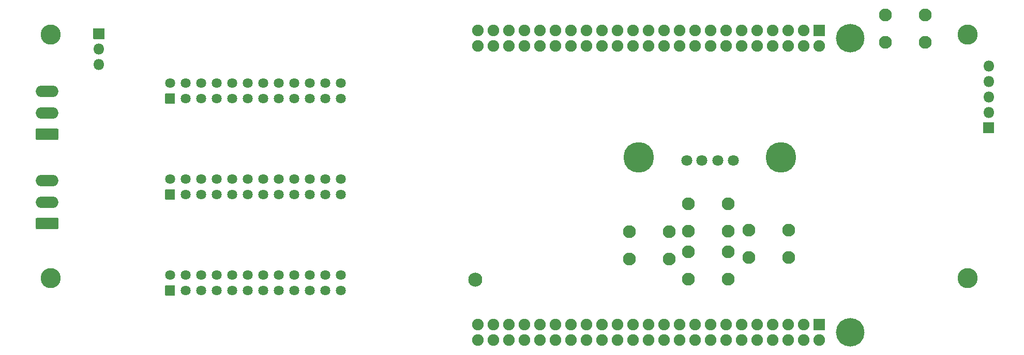
<source format=gbr>
G04 #@! TF.GenerationSoftware,KiCad,Pcbnew,(5.1.10)-1*
G04 #@! TF.CreationDate,2021-08-29T12:45:35-04:00*
G04 #@! TF.ProjectId,BBB_16_Flex,4242425f-3136-45f4-966c-65782e6b6963,v2*
G04 #@! TF.SameCoordinates,Original*
G04 #@! TF.FileFunction,Soldermask,Bot*
G04 #@! TF.FilePolarity,Negative*
%FSLAX46Y46*%
G04 Gerber Fmt 4.6, Leading zero omitted, Abs format (unit mm)*
G04 Created by KiCad (PCBNEW (5.1.10)-1) date 2021-08-29 12:45:35*
%MOMM*%
%LPD*%
G01*
G04 APERTURE LIST*
%ADD10C,2.302000*%
%ADD11C,1.802000*%
%ADD12C,5.000000*%
%ADD13C,2.102000*%
%ADD14C,1.902000*%
%ADD15C,4.674000*%
%ADD16C,1.632000*%
%ADD17O,1.802000X1.802000*%
%ADD18O,3.702000X1.902000*%
%ADD19C,3.302000*%
%ADD20C,0.100000*%
G04 APERTURE END LIST*
D10*
X162216000Y-117634000D03*
D11*
X196860000Y-98044000D03*
X199360000Y-98044000D03*
X201960000Y-98044000D03*
X204460000Y-98044000D03*
D12*
X189010000Y-97544000D03*
X212310000Y-97544000D03*
D13*
X213510000Y-109474000D03*
X213510000Y-113974000D03*
X207010000Y-109474000D03*
X207010000Y-113974000D03*
X193952000Y-109728000D03*
X193952000Y-114228000D03*
X187452000Y-109728000D03*
X187452000Y-114228000D03*
D14*
X162687000Y-127508000D03*
X162687000Y-124968000D03*
X165227000Y-127508000D03*
X165227000Y-124968000D03*
X167767000Y-127508000D03*
X167767000Y-124968000D03*
X170307000Y-127508000D03*
X170307000Y-124968000D03*
X172847000Y-127508000D03*
X172847000Y-124968000D03*
X175387000Y-127508000D03*
X175387000Y-124968000D03*
X177927000Y-127508000D03*
X177927000Y-124968000D03*
X180467000Y-127508000D03*
X180467000Y-124968000D03*
X183007000Y-127508000D03*
X183007000Y-124968000D03*
X185547000Y-127508000D03*
X185547000Y-124968000D03*
X188087000Y-127508000D03*
X188087000Y-124968000D03*
X190627000Y-127508000D03*
X190627000Y-124968000D03*
X193167000Y-127508000D03*
X193167000Y-124968000D03*
X195707000Y-127508000D03*
X195707000Y-124968000D03*
X198247000Y-127508000D03*
X198247000Y-124968000D03*
X200787000Y-127508000D03*
X200787000Y-124968000D03*
X203327000Y-127508000D03*
X203327000Y-124968000D03*
X205867000Y-127508000D03*
X205867000Y-124968000D03*
X208407000Y-127508000D03*
X208407000Y-124968000D03*
X210947000Y-127508000D03*
X210947000Y-124968000D03*
X213487000Y-127508000D03*
X213487000Y-124968000D03*
X216027000Y-127508000D03*
X216027000Y-124968000D03*
X218567000Y-127508000D03*
G36*
G01*
X217616000Y-125868000D02*
X217616000Y-124068000D01*
G75*
G02*
X217667000Y-124017000I51000J0D01*
G01*
X219467000Y-124017000D01*
G75*
G02*
X219518000Y-124068000I0J-51000D01*
G01*
X219518000Y-125868000D01*
G75*
G02*
X219467000Y-125919000I-51000J0D01*
G01*
X217667000Y-125919000D01*
G75*
G02*
X217616000Y-125868000I0J51000D01*
G01*
G37*
X162687000Y-79248000D03*
X162687000Y-76708000D03*
X165227000Y-79248000D03*
X165227000Y-76708000D03*
X167767000Y-79248000D03*
X167767000Y-76708000D03*
X170307000Y-79248000D03*
X170307000Y-76708000D03*
X172847000Y-79248000D03*
X172847000Y-76708000D03*
X175387000Y-79248000D03*
X175387000Y-76708000D03*
X177927000Y-79248000D03*
X177927000Y-76708000D03*
X180467000Y-79248000D03*
X180467000Y-76708000D03*
X183007000Y-79248000D03*
X183007000Y-76708000D03*
X185547000Y-79248000D03*
X185547000Y-76708000D03*
X188087000Y-79248000D03*
X188087000Y-76708000D03*
X190627000Y-79248000D03*
X190627000Y-76708000D03*
X193167000Y-79248000D03*
X193167000Y-76708000D03*
X195707000Y-79248000D03*
X195707000Y-76708000D03*
X198247000Y-79248000D03*
X198247000Y-76708000D03*
X200787000Y-79248000D03*
X200787000Y-76708000D03*
X203327000Y-79248000D03*
X203327000Y-76708000D03*
X205867000Y-79248000D03*
X205867000Y-76708000D03*
X208407000Y-79248000D03*
X208407000Y-76708000D03*
X210947000Y-79248000D03*
X210947000Y-76708000D03*
X213487000Y-79248000D03*
X213487000Y-76708000D03*
X216027000Y-79248000D03*
X216027000Y-76708000D03*
X218567000Y-79248000D03*
G36*
G01*
X217616000Y-77608000D02*
X217616000Y-75808000D01*
G75*
G02*
X217667000Y-75757000I51000J0D01*
G01*
X219467000Y-75757000D01*
G75*
G02*
X219518000Y-75808000I0J-51000D01*
G01*
X219518000Y-77608000D01*
G75*
G02*
X219467000Y-77659000I-51000J0D01*
G01*
X217667000Y-77659000D01*
G75*
G02*
X217616000Y-77608000I0J51000D01*
G01*
G37*
D15*
X223647000Y-126238000D03*
X223647000Y-77978000D03*
D16*
X140208000Y-85344000D03*
X140208000Y-87884000D03*
X137668000Y-85344000D03*
X137668000Y-87884000D03*
X135128000Y-85344000D03*
X135128000Y-87884000D03*
X132588000Y-85344000D03*
X132588000Y-87884000D03*
X130048000Y-85344000D03*
X130048000Y-87884000D03*
X127508000Y-85344000D03*
X127508000Y-87884000D03*
X124968000Y-85344000D03*
X124968000Y-87884000D03*
X122428000Y-85344000D03*
X122428000Y-87884000D03*
X119888000Y-85344000D03*
X119888000Y-87884000D03*
X117348000Y-85344000D03*
X117348000Y-87884000D03*
X114808000Y-85344000D03*
X114808000Y-87884000D03*
X112268000Y-85344000D03*
G36*
G01*
X111452000Y-88649000D02*
X111452000Y-87119000D01*
G75*
G02*
X111503000Y-87068000I51000J0D01*
G01*
X113033000Y-87068000D01*
G75*
G02*
X113084000Y-87119000I0J-51000D01*
G01*
X113084000Y-88649000D01*
G75*
G02*
X113033000Y-88700000I-51000J0D01*
G01*
X111503000Y-88700000D01*
G75*
G02*
X111452000Y-88649000I0J51000D01*
G01*
G37*
X140208000Y-101092000D03*
X140208000Y-103632000D03*
X137668000Y-101092000D03*
X137668000Y-103632000D03*
X135128000Y-101092000D03*
X135128000Y-103632000D03*
X132588000Y-101092000D03*
X132588000Y-103632000D03*
X130048000Y-101092000D03*
X130048000Y-103632000D03*
X127508000Y-101092000D03*
X127508000Y-103632000D03*
X124968000Y-101092000D03*
X124968000Y-103632000D03*
X122428000Y-101092000D03*
X122428000Y-103632000D03*
X119888000Y-101092000D03*
X119888000Y-103632000D03*
X117348000Y-101092000D03*
X117348000Y-103632000D03*
X114808000Y-101092000D03*
X114808000Y-103632000D03*
X112268000Y-101092000D03*
G36*
G01*
X111452000Y-104397000D02*
X111452000Y-102867000D01*
G75*
G02*
X111503000Y-102816000I51000J0D01*
G01*
X113033000Y-102816000D01*
G75*
G02*
X113084000Y-102867000I0J-51000D01*
G01*
X113084000Y-104397000D01*
G75*
G02*
X113033000Y-104448000I-51000J0D01*
G01*
X111503000Y-104448000D01*
G75*
G02*
X111452000Y-104397000I0J51000D01*
G01*
G37*
D13*
X235862000Y-74168000D03*
X235862000Y-78668000D03*
X229362000Y-74168000D03*
X229362000Y-78668000D03*
D16*
X140208000Y-116840000D03*
X140208000Y-119380000D03*
X137668000Y-116840000D03*
X137668000Y-119380000D03*
X135128000Y-116840000D03*
X135128000Y-119380000D03*
X132588000Y-116840000D03*
X132588000Y-119380000D03*
X130048000Y-116840000D03*
X130048000Y-119380000D03*
X127508000Y-116840000D03*
X127508000Y-119380000D03*
X124968000Y-116840000D03*
X124968000Y-119380000D03*
X122428000Y-116840000D03*
X122428000Y-119380000D03*
X119888000Y-116840000D03*
X119888000Y-119380000D03*
X117348000Y-116840000D03*
X117348000Y-119380000D03*
X114808000Y-116840000D03*
X114808000Y-119380000D03*
X112268000Y-116840000D03*
G36*
G01*
X111452000Y-120145000D02*
X111452000Y-118615000D01*
G75*
G02*
X111503000Y-118564000I51000J0D01*
G01*
X113033000Y-118564000D01*
G75*
G02*
X113084000Y-118615000I0J-51000D01*
G01*
X113084000Y-120145000D01*
G75*
G02*
X113033000Y-120196000I-51000J0D01*
G01*
X111503000Y-120196000D01*
G75*
G02*
X111452000Y-120145000I0J51000D01*
G01*
G37*
D17*
X100616000Y-82314000D03*
X100616000Y-79774000D03*
G36*
G01*
X99715000Y-78084000D02*
X99715000Y-76384000D01*
G75*
G02*
X99766000Y-76333000I51000J0D01*
G01*
X101466000Y-76333000D01*
G75*
G02*
X101517000Y-76384000I0J-51000D01*
G01*
X101517000Y-78084000D01*
G75*
G02*
X101466000Y-78135000I-51000J0D01*
G01*
X99766000Y-78135000D01*
G75*
G02*
X99715000Y-78084000I0J51000D01*
G01*
G37*
D18*
X92147600Y-86735400D03*
X92147600Y-90235400D03*
G36*
G01*
X93734434Y-94686400D02*
X90560766Y-94686400D01*
G75*
G02*
X90296600Y-94422234I0J264166D01*
G01*
X90296600Y-93048566D01*
G75*
G02*
X90560766Y-92784400I264166J0D01*
G01*
X93734434Y-92784400D01*
G75*
G02*
X93998600Y-93048566I0J-264166D01*
G01*
X93998600Y-94422234D01*
G75*
G02*
X93734434Y-94686400I-264166J0D01*
G01*
G37*
X92127280Y-101386120D03*
X92127280Y-104886120D03*
G36*
G01*
X93714114Y-109337120D02*
X90540446Y-109337120D01*
G75*
G02*
X90276280Y-109072954I0J264166D01*
G01*
X90276280Y-107699286D01*
G75*
G02*
X90540446Y-107435120I264166J0D01*
G01*
X93714114Y-107435120D01*
G75*
G02*
X93978280Y-107699286I0J-264166D01*
G01*
X93978280Y-109072954D01*
G75*
G02*
X93714114Y-109337120I-264166J0D01*
G01*
G37*
D13*
X203604000Y-113030000D03*
X203604000Y-117530000D03*
X197104000Y-113030000D03*
X197104000Y-117530000D03*
X203604000Y-105156000D03*
X203604000Y-109656000D03*
X197104000Y-105156000D03*
X197104000Y-109656000D03*
D19*
X242824000Y-77343000D03*
X92710000Y-77343000D03*
X242824000Y-117348000D03*
X92710000Y-117348000D03*
D17*
X246278400Y-82511900D03*
X246278400Y-85051900D03*
X246278400Y-87591900D03*
X246278400Y-90131900D03*
G36*
G01*
X247179400Y-91821900D02*
X247179400Y-93521900D01*
G75*
G02*
X247128400Y-93572900I-51000J0D01*
G01*
X245428400Y-93572900D01*
G75*
G02*
X245377400Y-93521900I0J51000D01*
G01*
X245377400Y-91821900D01*
G75*
G02*
X245428400Y-91770900I51000J0D01*
G01*
X247128400Y-91770900D01*
G75*
G02*
X247179400Y-91821900I0J-51000D01*
G01*
G37*
D20*
G36*
X90278270Y-109072758D02*
G01*
X90283326Y-109124095D01*
X90298245Y-109173277D01*
X90322471Y-109218601D01*
X90355073Y-109258327D01*
X90394799Y-109290929D01*
X90440123Y-109315155D01*
X90489305Y-109330074D01*
X90540642Y-109335130D01*
X90542268Y-109336295D01*
X90542072Y-109338285D01*
X90540446Y-109339120D01*
X90456309Y-109339120D01*
X90456113Y-109339110D01*
X90416169Y-109335176D01*
X90415784Y-109335100D01*
X90383275Y-109325239D01*
X90382913Y-109325089D01*
X90352955Y-109309075D01*
X90352629Y-109308857D01*
X90326370Y-109287307D01*
X90326093Y-109287030D01*
X90304543Y-109260771D01*
X90304325Y-109260445D01*
X90288311Y-109230487D01*
X90288161Y-109230125D01*
X90278300Y-109197616D01*
X90278224Y-109197231D01*
X90274290Y-109157287D01*
X90274280Y-109157091D01*
X90274280Y-109072954D01*
X90275280Y-109071222D01*
X90277280Y-109071222D01*
X90278270Y-109072758D01*
G37*
G36*
X93979445Y-109071328D02*
G01*
X93980280Y-109072954D01*
X93980280Y-109157091D01*
X93980270Y-109157287D01*
X93976336Y-109197231D01*
X93976260Y-109197616D01*
X93966399Y-109230125D01*
X93966249Y-109230487D01*
X93950235Y-109260445D01*
X93950017Y-109260771D01*
X93928467Y-109287030D01*
X93928190Y-109287307D01*
X93901931Y-109308857D01*
X93901605Y-109309075D01*
X93871647Y-109325089D01*
X93871285Y-109325239D01*
X93838776Y-109335100D01*
X93838391Y-109335176D01*
X93798447Y-109339110D01*
X93798251Y-109339120D01*
X93714114Y-109339120D01*
X93712382Y-109338120D01*
X93712382Y-109336120D01*
X93713918Y-109335130D01*
X93765255Y-109330074D01*
X93814437Y-109315155D01*
X93859761Y-109290929D01*
X93899487Y-109258327D01*
X93932089Y-109218601D01*
X93956315Y-109173277D01*
X93971234Y-109124095D01*
X93976290Y-109072758D01*
X93977455Y-109071132D01*
X93979445Y-109071328D01*
G37*
G36*
X90542178Y-107434120D02*
G01*
X90542178Y-107436120D01*
X90540642Y-107437110D01*
X90489305Y-107442166D01*
X90440123Y-107457085D01*
X90394799Y-107481311D01*
X90355073Y-107513913D01*
X90322471Y-107553639D01*
X90298245Y-107598963D01*
X90283326Y-107648145D01*
X90278270Y-107699482D01*
X90277105Y-107701108D01*
X90275115Y-107700912D01*
X90274280Y-107699286D01*
X90274280Y-107615149D01*
X90274290Y-107614953D01*
X90278224Y-107575009D01*
X90278300Y-107574624D01*
X90288161Y-107542115D01*
X90288311Y-107541753D01*
X90304325Y-107511795D01*
X90304543Y-107511469D01*
X90326093Y-107485210D01*
X90326370Y-107484933D01*
X90352629Y-107463383D01*
X90352955Y-107463165D01*
X90382913Y-107447151D01*
X90383275Y-107447001D01*
X90415784Y-107437140D01*
X90416169Y-107437064D01*
X90456113Y-107433130D01*
X90456309Y-107433120D01*
X90540446Y-107433120D01*
X90542178Y-107434120D01*
G37*
G36*
X93798447Y-107433130D02*
G01*
X93838391Y-107437064D01*
X93838776Y-107437140D01*
X93871285Y-107447001D01*
X93871647Y-107447151D01*
X93901605Y-107463165D01*
X93901931Y-107463383D01*
X93928190Y-107484933D01*
X93928467Y-107485210D01*
X93950017Y-107511469D01*
X93950235Y-107511795D01*
X93966249Y-107541753D01*
X93966399Y-107542115D01*
X93976260Y-107574624D01*
X93976336Y-107575009D01*
X93980270Y-107614953D01*
X93980280Y-107615149D01*
X93980280Y-107699286D01*
X93979280Y-107701018D01*
X93977280Y-107701018D01*
X93976290Y-107699482D01*
X93971234Y-107648145D01*
X93956315Y-107598963D01*
X93932089Y-107553639D01*
X93899487Y-107513913D01*
X93859761Y-107481311D01*
X93814437Y-107457085D01*
X93765255Y-107442166D01*
X93713918Y-107437110D01*
X93712292Y-107435945D01*
X93712488Y-107433955D01*
X93714114Y-107433120D01*
X93798251Y-107433120D01*
X93798447Y-107433130D01*
G37*
G36*
X90298590Y-94422038D02*
G01*
X90303646Y-94473375D01*
X90318565Y-94522557D01*
X90342791Y-94567881D01*
X90375393Y-94607607D01*
X90415119Y-94640209D01*
X90460443Y-94664435D01*
X90509625Y-94679354D01*
X90560962Y-94684410D01*
X90562588Y-94685575D01*
X90562392Y-94687565D01*
X90560766Y-94688400D01*
X90476629Y-94688400D01*
X90476433Y-94688390D01*
X90436489Y-94684456D01*
X90436104Y-94684380D01*
X90403595Y-94674519D01*
X90403233Y-94674369D01*
X90373275Y-94658355D01*
X90372949Y-94658137D01*
X90346690Y-94636587D01*
X90346413Y-94636310D01*
X90324863Y-94610051D01*
X90324645Y-94609725D01*
X90308631Y-94579767D01*
X90308481Y-94579405D01*
X90298620Y-94546896D01*
X90298544Y-94546511D01*
X90294610Y-94506567D01*
X90294600Y-94506371D01*
X90294600Y-94422234D01*
X90295600Y-94420502D01*
X90297600Y-94420502D01*
X90298590Y-94422038D01*
G37*
G36*
X93999765Y-94420608D02*
G01*
X94000600Y-94422234D01*
X94000600Y-94506371D01*
X94000590Y-94506567D01*
X93996656Y-94546511D01*
X93996580Y-94546896D01*
X93986719Y-94579405D01*
X93986569Y-94579767D01*
X93970555Y-94609725D01*
X93970337Y-94610051D01*
X93948787Y-94636310D01*
X93948510Y-94636587D01*
X93922251Y-94658137D01*
X93921925Y-94658355D01*
X93891967Y-94674369D01*
X93891605Y-94674519D01*
X93859096Y-94684380D01*
X93858711Y-94684456D01*
X93818767Y-94688390D01*
X93818571Y-94688400D01*
X93734434Y-94688400D01*
X93732702Y-94687400D01*
X93732702Y-94685400D01*
X93734238Y-94684410D01*
X93785575Y-94679354D01*
X93834757Y-94664435D01*
X93880081Y-94640209D01*
X93919807Y-94607607D01*
X93952409Y-94567881D01*
X93976635Y-94522557D01*
X93991554Y-94473375D01*
X93996610Y-94422038D01*
X93997775Y-94420412D01*
X93999765Y-94420608D01*
G37*
G36*
X90562498Y-92783400D02*
G01*
X90562498Y-92785400D01*
X90560962Y-92786390D01*
X90509625Y-92791446D01*
X90460443Y-92806365D01*
X90415119Y-92830591D01*
X90375393Y-92863193D01*
X90342791Y-92902919D01*
X90318565Y-92948243D01*
X90303646Y-92997425D01*
X90298590Y-93048762D01*
X90297425Y-93050388D01*
X90295435Y-93050192D01*
X90294600Y-93048566D01*
X90294600Y-92964429D01*
X90294610Y-92964233D01*
X90298544Y-92924289D01*
X90298620Y-92923904D01*
X90308481Y-92891395D01*
X90308631Y-92891033D01*
X90324645Y-92861075D01*
X90324863Y-92860749D01*
X90346413Y-92834490D01*
X90346690Y-92834213D01*
X90372949Y-92812663D01*
X90373275Y-92812445D01*
X90403233Y-92796431D01*
X90403595Y-92796281D01*
X90436104Y-92786420D01*
X90436489Y-92786344D01*
X90476433Y-92782410D01*
X90476629Y-92782400D01*
X90560766Y-92782400D01*
X90562498Y-92783400D01*
G37*
G36*
X93818767Y-92782410D02*
G01*
X93858711Y-92786344D01*
X93859096Y-92786420D01*
X93891605Y-92796281D01*
X93891967Y-92796431D01*
X93921925Y-92812445D01*
X93922251Y-92812663D01*
X93948510Y-92834213D01*
X93948787Y-92834490D01*
X93970337Y-92860749D01*
X93970555Y-92861075D01*
X93986569Y-92891033D01*
X93986719Y-92891395D01*
X93996580Y-92923904D01*
X93996656Y-92924289D01*
X94000590Y-92964233D01*
X94000600Y-92964429D01*
X94000600Y-93048566D01*
X93999600Y-93050298D01*
X93997600Y-93050298D01*
X93996610Y-93048762D01*
X93991554Y-92997425D01*
X93976635Y-92948243D01*
X93952409Y-92902919D01*
X93919807Y-92863193D01*
X93880081Y-92830591D01*
X93834757Y-92806365D01*
X93785575Y-92791446D01*
X93734238Y-92786390D01*
X93732612Y-92785225D01*
X93732808Y-92783235D01*
X93734434Y-92782400D01*
X93818571Y-92782400D01*
X93818767Y-92782410D01*
G37*
M02*

</source>
